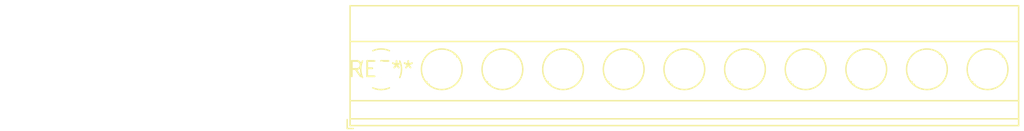
<source format=kicad_pcb>
(kicad_pcb (version 20240108) (generator pcbnew)
  (layers (0 "F.Cu" signal) (31 "B.Cu" signal) (34 "B.Paste" user) (35 "F.Paste" user) (36 "B.SilkS" user "B.Silkscreen") (37 "F.SilkS" user "F.Silkscreen") (38 "B.Mask" user) (39 "F.Mask" user) (44 "Edge.Cuts" user))
  (net 0 "")
  (footprint "TerminalBlock_Phoenix_MKDS-1,5-11_1x11_P5.00mm_Horizontal" (layer "F.Cu") (at 0 0)
    (property "Reference" "REF**")
    (property "Value" "TerminalBlock_Phoenix_MKDS-1,5-11_1x11_P5.00mm_Horizontal")
    (fp_line (start -2.8 4.16) (end -2.8 4.9) (layer "F.SilkS") (stroke (width 0.12)))
    (fp_line (start -2.8 4.9) (end -2.3 4.9) (layer "F.SilkS") (stroke (width 0.12)))
    (fp_line (start -2.56 -5.261) (end -2.56 4.66) (layer "F.SilkS") (stroke (width 0.12)))
    (fp_line (start -2.56 -5.261) (end 52.56 -5.261) (layer "F.SilkS") (stroke (width 0.12)))
    (fp_line (start -2.56 -2.301) (end 52.56 -2.301) (layer "F.SilkS") (stroke (width 0.12)))
    (fp_line (start -2.56 2.6) (end 52.56 2.6) (layer "F.SilkS") (stroke (width 0.12)))
    (fp_line (start -2.56 4.1) (end 52.56 4.1) (layer "F.SilkS") (stroke (width 0.12)))
    (fp_line (start -2.56 4.66) (end 52.56 4.66) (layer "F.SilkS") (stroke (width 0.12)))
    (fp_line (start 3.773 1.023) (end 3.726 1.069) (layer "F.SilkS") (stroke (width 0.12)))
    (fp_line (start 3.966 1.239) (end 3.931 1.274) (layer "F.SilkS") (stroke (width 0.12)))
    (fp_line (start 6.07 -1.275) (end 6.035 -1.239) (layer "F.SilkS") (stroke (width 0.12)))
    (fp_line (start 6.275 -1.069) (end 6.228 -1.023) (layer "F.SilkS") (stroke (width 0.12)))
    (fp_line (start 8.773 1.023) (end 8.726 1.069) (layer "F.SilkS") (stroke (width 0.12)))
    (fp_line (start 8.966 1.239) (end 8.931 1.274) (layer "F.SilkS") (stroke (width 0.12)))
    (fp_line (start 11.07 -1.275) (end 11.035 -1.239) (layer "F.SilkS") (stroke (width 0.12)))
    (fp_line (start 11.275 -1.069) (end 11.228 -1.023) (layer "F.SilkS") (stroke (width 0.12)))
    (fp_line (start 13.773 1.023) (end 13.726 1.069) (layer "F.SilkS") (stroke (width 0.12)))
    (fp_line (start 13.966 1.239) (end 13.931 1.274) (layer "F.SilkS") (stroke (width 0.12)))
    (fp_line (start 16.07 -1.275) (end 16.035 -1.239) (layer "F.SilkS") (stroke (width 0.12)))
    (fp_line (start 16.275 -1.069) (end 16.228 -1.023) (layer "F.SilkS") (stroke (width 0.12)))
    (fp_line (start 18.773 1.023) (end 18.726 1.069) (layer "F.SilkS") (stroke (width 0.12)))
    (fp_line (start 18.966 1.239) (end 18.931 1.274) (layer "F.SilkS") (stroke (width 0.12)))
    (fp_line (start 21.07 -1.275) (end 21.035 -1.239) (layer "F.SilkS") (stroke (width 0.12)))
    (fp_line (start 21.275 -1.069) (end 21.228 -1.023) (layer "F.SilkS") (stroke (width 0.12)))
    (fp_line (start 23.773 1.023) (end 23.726 1.069) (layer "F.SilkS") (stroke (width 0.12)))
    (fp_line (start 23.966 1.239) (end 23.931 1.274) (layer "F.SilkS") (stroke (width 0.12)))
    (fp_line (start 26.07 -1.275) (end 26.035 -1.239) (layer "F.SilkS") (stroke (width 0.12)))
    (fp_line (start 26.275 -1.069) (end 26.228 -1.023) (layer "F.SilkS") (stroke (width 0.12)))
    (fp_line (start 28.773 1.023) (end 28.726 1.069) (layer "F.SilkS") (stroke (width 0.12)))
    (fp_line (start 28.966 1.239) (end 28.931 1.274) (layer "F.SilkS") (stroke (width 0.12)))
    (fp_line (start 31.07 -1.275) (end 31.035 -1.239) (layer "F.SilkS") (stroke (width 0.12)))
    (fp_line (start 31.275 -1.069) (end 31.228 -1.023) (layer "F.SilkS") (stroke (width 0.12)))
    (fp_line (start 33.773 1.023) (end 33.726 1.069) (layer "F.SilkS") (stroke (width 0.12)))
    (fp_line (start 33.966 1.239) (end 33.931 1.274) (layer "F.SilkS") (stroke (width 0.12)))
    (fp_line (start 36.07 -1.275) (end 36.035 -1.239) (layer "F.SilkS") (stroke (width 0.12)))
    (fp_line (start 36.275 -1.069) (end 36.228 -1.023) (layer "F.SilkS") (stroke (width 0.12)))
    (fp_line (start 38.773 1.023) (end 38.726 1.069) (layer "F.SilkS") (stroke (width 0.12)))
    (fp_line (start 38.966 1.239) (end 38.931 1.274) (layer "F.SilkS") (stroke (width 0.12)))
    (fp_line (start 41.07 -1.275) (end 41.035 -1.239) (layer "F.SilkS") (stroke (width 0.12)))
    (fp_line (start 41.275 -1.069) (end 41.228 -1.023) (layer "F.SilkS") (stroke (width 0.12)))
    (fp_line (start 43.773 1.023) (end 43.726 1.069) (layer "F.SilkS") (stroke (width 0.12)))
    (fp_line (start 43.966 1.239) (end 43.931 1.274) (layer "F.SilkS") (stroke (width 0.12)))
    (fp_line (start 46.07 -1.275) (end 46.035 -1.239) (layer "F.SilkS") (stroke (width 0.12)))
    (fp_line (start 46.275 -1.069) (end 46.228 -1.023) (layer "F.SilkS") (stroke (width 0.12)))
    (fp_line (start 48.773 1.023) (end 48.726 1.069) (layer "F.SilkS") (stroke (width 0.12)))
    (fp_line (start 48.966 1.239) (end 48.931 1.274) (layer "F.SilkS") (stroke (width 0.12)))
    (fp_line (start 51.07 -1.275) (end 51.035 -1.239) (layer "F.SilkS") (stroke (width 0.12)))
    (fp_line (start 51.275 -1.069) (end 51.228 -1.023) (layer "F.SilkS") (stroke (width 0.12)))
    (fp_line (start 52.56 -5.261) (end 52.56 4.66) (layer "F.SilkS") (stroke (width 0.12)))
    (fp_arc (start -1.535427 0.683042) (mid -1.680501 -0.000524) (end -1.535 -0.684) (layer "F.SilkS") (stroke (width 0.12)))
    (fp_arc (start -0.683042 -1.535427) (mid 0.000524 -1.680501) (end 0.684 -1.535) (layer "F.SilkS") (stroke (width 0.12)))
    (fp_arc (start 0.028805 1.680253) (mid -0.335551 1.646659) (end -0.684 1.535) (layer "F.SilkS") (stroke (width 0.12)))
    (fp_arc (start 0.683318 1.534756) (mid 0.349292 1.643288) (end 0 1.68) (layer "F.SilkS") (stroke (width 0.12)))
    (fp_arc (start 1.535427 -0.683042) (mid 1.680501 0.000524) (end 1.535 0.684) (layer "F.SilkS") (stroke (width 0.12)))
    (fp_circle (center 5 0) (end 6.68 0) (layer "F.SilkS") (stroke (width 0.12)) (fill none))
    (fp_circle (center 10 0) (end 11.68 0) (layer "F.SilkS") (stroke (width 0.12)) (fill none))
    (fp_circle (center 15 0) (end 16.68 0) (layer "F.SilkS") (stroke (width 0.12)) (fill none))
    (fp_circle (center 20 0) (end 21.68 0) (layer "F.SilkS") (stroke (width 0.12)) (fill none))
    (fp_circle (center 25 0) (end 26.68 0) (layer "F.SilkS") (stroke (width 0.12)) (fill none))
    (fp_circle (center 30 0) (end 31.68 0) (layer "F.SilkS") (stroke (width 0.12)) (fill none))
    (fp_circle (center 35 0) (end 36.68 0) (layer "F.SilkS") (stroke (width 0.12)) (fill none))
    (fp_circle (center 40 0) (end 41.68 0) (layer "F.SilkS") (stroke (width 0.12)) (fill none))
    (fp_circle (center 45 0) (end 46.68 0) (layer "F.SilkS") (stroke (width 0.12)) (fill none))
    (fp_circle (center 50 0) (end 51.68 0) (layer "F.SilkS") (stroke (width 0.12)) (fill none))
    (pad "1" thru_hole rect (at 0 0) (size 2.6 2.6) (drill 1.3) (layers *.Cu *.Mask) (remove_unused_layers))
    (pad "2" thru_hole circle (at 5 0) (size 2.6 2.6) (drill 1.3) (layers *.Cu *.Mask) (remove_unused_layers))
    (pad "3" thru_hole circle (at 10 0) (size 2.6 2.6) (drill 1.3) (layers *.Cu *.Mask) (remove_unused_layers))
    (pad "4" thru_hole circle (at 15 0) (size 2.6 2.6) (drill 1.3) (layers *.Cu *.Mask) (remove_unused_layers))
    (pad "5" thru_hole circle (at 20 0) (size 2.6 2.6) (drill 1.3) (layers *.Cu *.Mask) (remove_unused_layers))
    (pad "6" thru_hole circle (at 25 0) (size 2.6 2.6) (drill 1.3) (layers *.Cu *.Mask) (remove_unused_layers))
    (pad "7" thru_hole circle (at 30 0) (size 2.6 2.6) (drill 1.3) (layers *.Cu *.Mask) (remove_unused_layers))
    (pad "8" thru_hole circle (at 35 0) (size 2.6 2.6) (drill 1.3) (layers *.Cu *.Mask) (remove_unused_layers))
    (pad "9" thru_hole circle (at 40 0) (size 2.6 2.6) (drill 1.3) (layers *.Cu *.Mask) (remove_unused_layers))
    (pad "10" thru_hole circle (at 45 0) (size 2.6 2.6) (drill 1.3) (layers *.Cu *.Mask) (remove_unused_layers))
    (pad "11" thru_hole circle (at 50 0) (size 2.6 2.6) (drill 1.3) (layers *.Cu *.Mask) (remove_unused_layers))
  )
)
</source>
